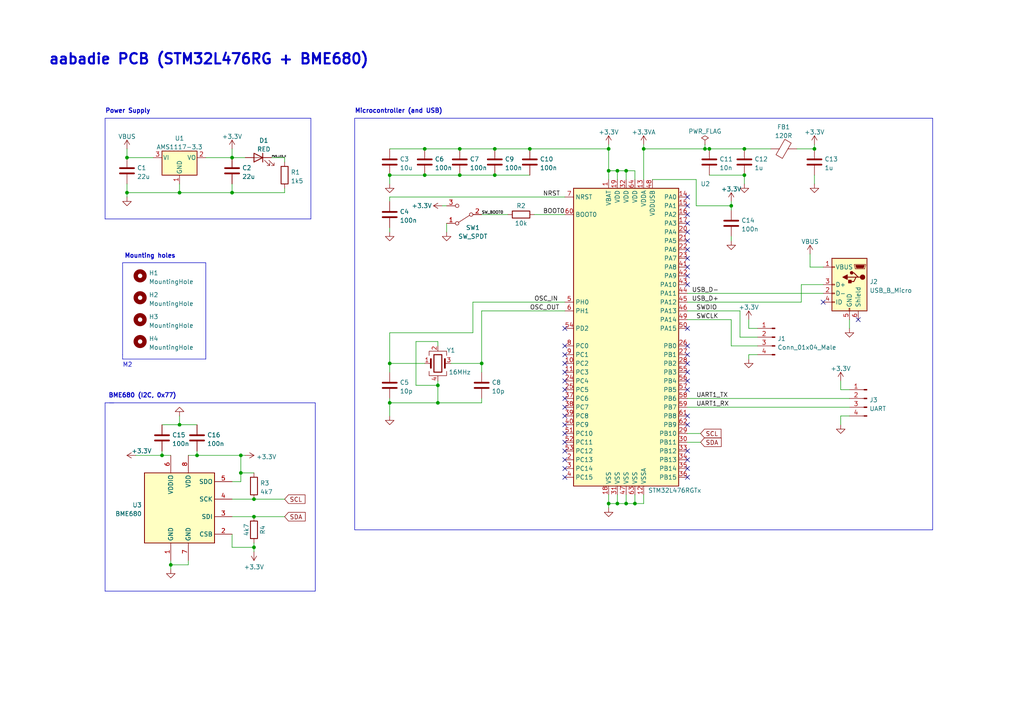
<source format=kicad_sch>
(kicad_sch (version 20230121) (generator eeschema)
  (paper "A4")
  (title_block (title "aabadie PCB") (date "2023-01-18") (rev "0.1") (company "Inria"))
  (lib_symbols
    (symbol "Connector:Conn_01x04_Male" (pin_names (offset 1.016) hide)
      (property "Reference" "J" (at 0 5.08 0))
      (property "Value" "Conn_01x04_Male" (at 0 -7.62 0))
      (symbol "Conn_01x04_Male_1_1"
        (polyline (pts (xy 1.27 -5.08) (xy 0.8636 -5.08)) (stroke (width 0.1524)))
        (polyline (pts (xy 1.27 -2.54) (xy 0.8636 -2.54)) (stroke (width 0.1524)))
        (polyline (pts (xy 1.27 0) (xy 0.8636 0)) (stroke (width 0.1524)))
        (polyline (pts (xy 1.27 2.54) (xy 0.8636 2.54)) (stroke (width 0.1524)))
        (rectangle (start 0.8636 -4.953) (end 0 -5.207) (stroke (width 0.1524)) (fill (type outline)))
        (rectangle (start 0.8636 -2.413) (end 0 -2.667) (stroke (width 0.1524)) (fill (type outline)))
        (rectangle (start 0.8636 0.127) (end 0 -0.127) (stroke (width 0.1524)) (fill (type outline)))
        (rectangle (start 0.8636 2.667) (end 0 2.413) (stroke (width 0.1524)) (fill (type outline)))
        (pin passive line (at 5.08 2.54 180) (length 3.81) (name "Pin_1") (number "1"))
        (pin passive line (at 5.08 0 180) (length 3.81) (name "Pin_2") (number "2"))
        (pin passive line (at 5.08 -2.54 180) (length 3.81) (name "Pin_3") (number "3"))
        (pin passive line (at 5.08 -5.08 180) (length 3.81) (name "Pin_4") (number "4"))
      )
    )
    (symbol "Connector:USB_B_Micro" (pin_names (offset 1.016))
      (property "Reference" "J" (at -5.08 11.43 0))
      (property "Value" "USB_B_Micro" (at -5.08 8.89 0))
      (symbol "USB_B_Micro_0_1"
        (rectangle (start -5.08 -7.62) (end 5.08 7.62) (stroke (width 0.254)) (fill (type background)))
        (circle (center -3.81 2.159) (radius 0.635) (stroke (width 0.254)) (fill (type outline)))
        (circle (center -0.635 3.429) (radius 0.381) (stroke (width 0.254)) (fill (type outline)))
        (rectangle (start -0.127 -7.62) (end 0.127 -6.858))
        (polyline (pts (xy -1.905 2.159) (xy 0.635 2.159)) (stroke (width 0.254)))
        (polyline (pts (xy -3.175 2.159) (xy -2.54 2.159) (xy -1.27 3.429) (xy -0.635 3.429)) (stroke (width 0.254)))
        (polyline (pts (xy -2.54 2.159) (xy -1.905 2.159) (xy -1.27 0.889) (xy 0 0.889)) (stroke (width 0.254)))
        (polyline (pts (xy 0.635 2.794) (xy 0.635 1.524) (xy 1.905 2.159) (xy 0.635 2.794)) (stroke (width 0.254)) (fill (type outline)))
        (polyline (pts (xy -4.318 5.588) (xy -1.778 5.588) (xy -2.032 4.826) (xy -4.064 4.826) (xy -4.318 5.588)) (fill (type outline)))
        (polyline (pts (xy -4.699 5.842) (xy -4.699 5.588) (xy -4.445 4.826) (xy -4.445 4.572) (xy -1.651 4.572) (xy -1.651 4.826) (xy -1.397 5.588) (xy -1.397 5.842) (xy -4.699 5.842)))
        (rectangle (start 0.254 1.27) (end -0.508 0.508) (stroke (width 0.254)) (fill (type outline)))
        (rectangle (start 5.08 -5.207) (end 4.318 -4.953))
        (rectangle (start 5.08 -2.667) (end 4.318 -2.413))
        (rectangle (start 5.08 -0.127) (end 4.318 0.127))
        (rectangle (start 5.08 4.953) (end 4.318 5.207))
      )
      (symbol "USB_B_Micro_1_1"
        (pin power_out line (at 7.62 5.08 180) (length 2.54) (name "VBUS") (number "1"))
        (pin bidirectional line (at 7.62 -2.54 180) (length 2.54) (name "D-") (number "2"))
        (pin bidirectional line (at 7.62 0 180) (length 2.54) (name "D+") (number "3"))
        (pin passive line (at 7.62 -5.08 180) (length 2.54) (name "ID") (number "4"))
        (pin power_out line (at 0 -10.16 90) (length 2.54) (name "GND") (number "5"))
        (pin passive line (at -2.54 -10.16 90) (length 2.54) (name "Shield") (number "6"))
      )
    )
    (symbol "Device:C" (pin_numbers hide) (pin_names (offset 0.254))
      (property "Reference" "C" (at 0.635 2.54 0))
      (property "Value" "C" (at 0.635 -2.54 0))
      (symbol "C_0_1"
        (polyline (pts (xy -2.032 -0.762) (xy 2.032 -0.762)) (stroke (width 0.508)))
        (polyline (pts (xy -2.032 0.762) (xy 2.032 0.762)) (stroke (width 0.508)))
      )
      (symbol "C_1_1"
        (pin passive line (at 0 3.81 270) (length 2.794) (name "~") (number "1"))
        (pin passive line (at 0 -3.81 90) (length 2.794) (name "~") (number "2"))
      )
    )
    (symbol "Device:Crystal_GND24" (pin_names (offset 1.016) hide)
      (property "Reference" "Y" (at 3.175 5.08 0))
      (property "Value" "Crystal_GND24" (at 3.175 3.175 0))
      (symbol "Crystal_GND24_0_1"
        (rectangle (start -1.143 2.54) (end 1.143 -2.54) (stroke (width 0.3048)))
        (polyline (pts (xy -2.54 0) (xy -2.032 0)))
        (polyline (pts (xy -2.032 -1.27) (xy -2.032 1.27)) (stroke (width 0.508)))
        (polyline (pts (xy 0 -3.81) (xy 0 -3.556)))
        (polyline (pts (xy 0 3.556) (xy 0 3.81)))
        (polyline (pts (xy 2.032 -1.27) (xy 2.032 1.27)) (stroke (width 0.508)))
        (polyline (pts (xy 2.032 0) (xy 2.54 0)))
        (polyline (pts (xy -2.54 -2.286) (xy -2.54 -3.556) (xy 2.54 -3.556) (xy 2.54 -2.286)))
        (polyline (pts (xy -2.54 2.286) (xy -2.54 3.556) (xy 2.54 3.556) (xy 2.54 2.286)))
      )
      (symbol "Crystal_GND24_1_1"
        (pin passive line (at -3.81 0 0) (length 1.27) (name "1") (number "1"))
        (pin passive line (at 0 5.08 270) (length 1.27) (name "2") (number "2"))
        (pin passive line (at 3.81 0 180) (length 1.27) (name "3") (number "3"))
        (pin passive line (at 0 -5.08 90) (length 1.27) (name "4") (number "4"))
      )
    )
    (symbol "Device:FerriteBead" (pin_numbers hide) (pin_names (offset 0))
      (property "Reference" "FB" (at -3.81 0.635 90))
      (property "Value" "FerriteBead" (at 3.81 0 90))
      (symbol "FerriteBead_0_1"
        (polyline (pts (xy 0 -1.27) (xy 0 -1.2192)))
        (polyline (pts (xy 0 1.27) (xy 0 1.2954)))
        (polyline (pts (xy -2.7686 0.4064) (xy -1.7018 2.2606) (xy 2.7686 -0.3048) (xy 1.6764 -2.159) (xy -2.7686 0.4064)))
      )
      (symbol "FerriteBead_1_1"
        (pin passive line (at 0 3.81 270) (length 2.54) (name "~") (number "1"))
        (pin passive line (at 0 -3.81 90) (length 2.54) (name "~") (number "2"))
      )
    )
    (symbol "Device:LED" (pin_numbers hide) (pin_names (offset 1.016) hide)
      (property "Reference" "D" (at 0 2.54 0))
      (property "Value" "LED" (at 0 -2.54 0))
      (symbol "LED_0_1"
        (polyline (pts (xy -1.27 -1.27) (xy -1.27 1.27)) (stroke (width 0.254)))
        (polyline (pts (xy -1.27 0) (xy 1.27 0)))
        (polyline (pts (xy 1.27 -1.27) (xy 1.27 1.27) (xy -1.27 0) (xy 1.27 -1.27)) (stroke (width 0.254)))
        (polyline (pts (xy -3.048 -0.762) (xy -4.572 -2.286) (xy -3.81 -2.286) (xy -4.572 -2.286) (xy -4.572 -1.524)))
        (polyline (pts (xy -1.778 -0.762) (xy -3.302 -2.286) (xy -2.54 -2.286) (xy -3.302 -2.286) (xy -3.302 -1.524)))
      )
      (symbol "LED_1_1"
        (pin passive line (at -3.81 0 0) (length 2.54) (name "K") (number "1"))
        (pin passive line (at 3.81 0 180) (length 2.54) (name "A") (number "2"))
      )
    )
    (symbol "Device:R" (pin_numbers hide) (pin_names (offset 0))
      (property "Reference" "R" (at 2.032 0 90))
      (property "Value" "R" (at 0 0 90))
      (symbol "R_0_1"
        (rectangle (start -1.016 -2.54) (end 1.016 2.54) (stroke (width 0.254)))
      )
      (symbol "R_1_1"
        (pin passive line (at 0 3.81 270) (length 1.27) (name "~") (number "1"))
        (pin passive line (at 0 -3.81 90) (length 1.27) (name "~") (number "2"))
      )
    )
    (symbol "MCU_ST_STM32L4:STM32L476RGTx"
      (property "Reference" "U" (at -15.24 44.45 0))
      (property "Value" "STM32L476RGTx" (at 10.16 44.45 0))
      (symbol "STM32L476RGTx_0_1"
        (rectangle (start -15.24 -43.18) (end 15.24 43.18) (stroke (width 0.254)) (fill (type background)))
      )
      (symbol "STM32L476RGTx_1_1"
        (pin power_in line (at -5.08 45.72 270) (length 2.54) (name "VBAT") (number "1"))
        (pin bidirectional line (at -17.78 -7.62 0) (length 2.54) (name "PC2") (number "10"))
        (pin bidirectional line (at -17.78 -10.16 0) (length 2.54) (name "PC3") (number "11"))
        (pin power_in line (at 5.08 -45.72 90) (length 2.54) (name "VSSA") (number "12"))
        (pin power_in line (at 5.08 45.72 270) (length 2.54) (name "VDDA") (number "13"))
        (pin bidirectional line (at 17.78 40.64 180) (length 2.54) (name "PA0") (number "14"))
        (pin bidirectional line (at 17.78 38.1 180) (length 2.54) (name "PA1") (number "15"))
        (pin bidirectional line (at 17.78 35.56 180) (length 2.54) (name "PA2") (number "16"))
        (pin bidirectional line (at 17.78 33.02 180) (length 2.54) (name "PA3") (number "17"))
        (pin power_in line (at -5.08 -45.72 90) (length 2.54) (name "VSS") (number "18"))
        (pin power_in line (at -2.54 45.72 270) (length 2.54) (name "VDD") (number "19"))
        (pin bidirectional line (at -17.78 -35.56 0) (length 2.54) (name "PC13") (number "2"))
        (pin bidirectional line (at 17.78 30.48 180) (length 2.54) (name "PA4") (number "20"))
        (pin bidirectional line (at 17.78 27.94 180) (length 2.54) (name "PA5") (number "21"))
        (pin bidirectional line (at 17.78 25.4 180) (length 2.54) (name "PA6") (number "22"))
        (pin bidirectional line (at 17.78 22.86 180) (length 2.54) (name "PA7") (number "23"))
        (pin bidirectional line (at -17.78 -12.7 0) (length 2.54) (name "PC4") (number "24"))
        (pin bidirectional line (at -17.78 -15.24 0) (length 2.54) (name "PC5") (number "25"))
        (pin bidirectional line (at 17.78 -2.54 180) (length 2.54) (name "PB0") (number "26"))
        (pin bidirectional line (at 17.78 -5.08 180) (length 2.54) (name "PB1") (number "27"))
        (pin bidirectional line (at 17.78 -7.62 180) (length 2.54) (name "PB2") (number "28"))
        (pin bidirectional line (at 17.78 -27.94 180) (length 2.54) (name "PB10") (number "29"))
        (pin bidirectional line (at -17.78 -38.1 0) (length 2.54) (name "PC14") (number "3"))
        (pin bidirectional line (at 17.78 -30.48 180) (length 2.54) (name "PB11") (number "30"))
        (pin power_in line (at -2.54 -45.72 90) (length 2.54) (name "VSS") (number "31"))
        (pin power_in line (at 0 45.72 270) (length 2.54) (name "VDD") (number "32"))
        (pin bidirectional line (at 17.78 -33.02 180) (length 2.54) (name "PB12") (number "33"))
        (pin bidirectional line (at 17.78 -35.56 180) (length 2.54) (name "PB13") (number "34"))
        (pin bidirectional line (at 17.78 -38.1 180) (length 2.54) (name "PB14") (number "35"))
        (pin bidirectional line (at 17.78 -40.64 180) (length 2.54) (name "PB15") (number "36"))
        (pin bidirectional line (at -17.78 -17.78 0) (length 2.54) (name "PC6") (number "37"))
        (pin bidirectional line (at -17.78 -20.32 0) (length 2.54) (name "PC7") (number "38"))
        (pin bidirectional line (at -17.78 -22.86 0) (length 2.54) (name "PC8") (number "39"))
        (pin bidirectional line (at -17.78 -40.64 0) (length 2.54) (name "PC15") (number "4"))
        (pin bidirectional line (at -17.78 -25.4 0) (length 2.54) (name "PC9") (number "40"))
        (pin bidirectional line (at 17.78 20.32 180) (length 2.54) (name "PA8") (number "41"))
        (pin bidirectional line (at 17.78 17.78 180) (length 2.54) (name "PA9") (number "42"))
        (pin bidirectional line (at 17.78 15.24 180) (length 2.54) (name "PA10") (number "43"))
        (pin bidirectional line (at 17.78 12.7 180) (length 2.54) (name "PA11") (number "44"))
        (pin bidirectional line (at 17.78 10.16 180) (length 2.54) (name "PA12") (number "45"))
        (pin bidirectional line (at 17.78 7.62 180) (length 2.54) (name "PA13") (number "46"))
        (pin power_in line (at 0 -45.72 90) (length 2.54) (name "VSS") (number "47"))
        (pin power_in line (at 7.62 45.72 270) (length 2.54) (name "VDDUSB") (number "48"))
        (pin bidirectional line (at 17.78 5.08 180) (length 2.54) (name "PA14") (number "49"))
        (pin input line (at -17.78 10.16 0) (length 2.54) (name "PH0") (number "5"))
        (pin bidirectional line (at 17.78 2.54 180) (length 2.54) (name "PA15") (number "50"))
        (pin bidirectional line (at -17.78 -27.94 0) (length 2.54) (name "PC10") (number "51"))
        (pin bidirectional line (at -17.78 -30.48 0) (length 2.54) (name "PC11") (number "52"))
        (pin bidirectional line (at -17.78 -33.02 0) (length 2.54) (name "PC12") (number "53"))
        (pin bidirectional line (at -17.78 2.54 0) (length 2.54) (name "PD2") (number "54"))
        (pin bidirectional line (at 17.78 -10.16 180) (length 2.54) (name "PB3") (number "55"))
        (pin bidirectional line (at 17.78 -12.7 180) (length 2.54) (name "PB4") (number "56"))
        (pin bidirectional line (at 17.78 -15.24 180) (length 2.54) (name "PB5") (number "57"))
        (pin bidirectional line (at 17.78 -17.78 180) (length 2.54) (name "PB6") (number "58"))
        (pin bidirectional line (at 17.78 -20.32 180) (length 2.54) (name "PB7") (number "59"))
        (pin input line (at -17.78 7.62 0) (length 2.54) (name "PH1") (number "6"))
        (pin input line (at -17.78 35.56 0) (length 2.54) (name "BOOT0") (number "60"))
        (pin bidirectional line (at 17.78 -22.86 180) (length 2.54) (name "PB8") (number "61"))
        (pin bidirectional line (at 17.78 -25.4 180) (length 2.54) (name "PB9") (number "62"))
        (pin power_in line (at 2.54 -45.72 90) (length 2.54) (name "VSS") (number "63"))
        (pin power_in line (at 2.54 45.72 270) (length 2.54) (name "VDD") (number "64"))
        (pin input line (at -17.78 40.64 0) (length 2.54) (name "NRST") (number "7"))
        (pin bidirectional line (at -17.78 -2.54 0) (length 2.54) (name "PC0") (number "8"))
        (pin bidirectional line (at -17.78 -5.08 0) (length 2.54) (name "PC1") (number "9"))
      )
    )
    (symbol "Mechanical:MountingHole" (pin_names (offset 1.016))
      (property "Reference" "H" (at 0 5.08 0))
      (property "Value" "MountingHole" (at 0 3.175 0))
      (symbol "MountingHole_0_1"
        (circle (center 0 0) (radius 1.27) (stroke (width 1.27)))
      )
    )
    (symbol "Regulator_Linear:AMS1117-3.3" (pin_names (offset 0.254))
      (property "Reference" "U" (at -3.81 3.175 0))
      (property "Value" "AMS1117-3.3" (at 0 3.175 0))
      (symbol "AMS1117-3.3_0_1"
        (rectangle (start -5.08 -5.08) (end 5.08 1.905) (stroke (width 0.254)) (fill (type background)))
      )
      (symbol "AMS1117-3.3_1_1"
        (pin power_in line (at 0 -7.62 90) (length 2.54) (name "GND") (number "1"))
        (pin power_out line (at 7.62 0 180) (length 2.54) (name "VO") (number "2"))
        (pin power_in line (at -7.62 0 0) (length 2.54) (name "VI") (number "3"))
      )
    )
    (symbol "Sensor:BME680"
      (property "Reference" "U3" (at -10.922 0.8347 0))
      (property "Value" "BME680" (at -10.922 -1.7022 0))
      (symbol "BME680_0_1"
        (rectangle (start -10.16 10.16) (end 10.16 -10.16) (stroke (width 0.254)) (fill (type background)))
      )
      (symbol "BME680_1_1"
        (pin power_in line (at -2.54 -15.24 90) (length 5.08) (name "GND") (number "1"))
        (pin input line (at 15.24 -7.62 180) (length 5.08) (name "CSB") (number "2"))
        (pin bidirectional line (at 15.24 -2.54 180) (length 5.08) (name "SDI") (number "3"))
        (pin input line (at 15.24 2.54 180) (length 5.08) (name "SCK") (number "4"))
        (pin input line (at 15.24 7.62 180) (length 5.08) (name "SDO") (number "5"))
        (pin power_in line (at -2.54 15.24 270) (length 5.08) (name "VDDIO") (number "6"))
        (pin power_in line (at 2.54 -15.24 90) (length 5.08) (name "GND") (number "7"))
        (pin power_in line (at 2.54 15.24 270) (length 5.08) (name "VDD") (number "8"))
      )
    )
    (symbol "Switch:SW_SPDT" (pin_names (offset 0) hide)
      (property "Reference" "SW" (at 0 4.318 0))
      (property "Value" "SW_SPDT" (at 0 -5.08 0))
      (symbol "SW_SPDT_0_0"
        (circle (center -2.032 0) (radius 0.508))
        (circle (center 2.032 -2.54) (radius 0.508))
      )
      (symbol "SW_SPDT_0_1"
        (polyline (pts (xy -1.524 0.254) (xy 1.651 2.286)))
        (circle (center 2.032 2.54) (radius 0.508))
      )
      (symbol "SW_SPDT_1_1"
        (pin passive line (at 5.08 2.54 180) (length 2.54) (name "A") (number "1"))
        (pin passive line (at -5.08 0 0) (length 2.54) (name "B") (number "2"))
        (pin passive line (at 5.08 -2.54 180) (length 2.54) (name "C") (number "3"))
      )
    )
    (symbol "power:+3.3V" (power) (pin_names (offset 0))
      (property "Value" "+3.3V" (at 0 3.556 0))
      (symbol "+3.3V_0_1"
        (polyline (pts (xy -0.762 1.27) (xy 0 2.54)))
        (polyline (pts (xy 0 0) (xy 0 2.54)))
        (polyline (pts (xy 0 2.54) (xy 0.762 1.27)))
      )
      (symbol "+3.3V_1_1"
        (pin power_in line (at 0 0 90) (length 0) hide (name "+3.3V") (number "1"))
      )
    )
    (symbol "power:+3.3VA" (power) (pin_names (offset 0))
      (property "Value" "+3.3VA" (at 0 3.556 0))
      (symbol "+3.3VA_0_1"
        (polyline (pts (xy -0.762 1.27) (xy 0 2.54)))
        (polyline (pts (xy 0 0) (xy 0 2.54)))
        (polyline (pts (xy 0 2.54) (xy 0.762 1.27)))
      )
      (symbol "+3.3VA_1_1"
        (pin power_in line (at 0 0 90) (length 0) hide (name "+3.3VA") (number "1"))
      )
    )
    (symbol "power:GND" (power) (pin_names (offset 0))
      (property "Value" "GND" (at 0 -3.81 0))
      (symbol "GND_0_1"
        (polyline (pts (xy 0 0) (xy 0 -1.27) (xy 1.27 -1.27) (xy 0 -2.54) (xy -1.27 -1.27) (xy 0 -1.27)))
      )
      (symbol "GND_1_1"
        (pin power_in line (at 0 0 270) (length 0) hide (name "GND") (number "1"))
      )
    )
    (symbol "power:PWR_FLAG" (power) (pin_numbers hide) (pin_names (offset 0) hide)
      (property "Value" "PWR_FLAG" (at 0 3.81 0))
      (symbol "PWR_FLAG_0_0"
        (pin power_out line (at 0 0 90) (length 0) (name "pwr") (number "1"))
      )
      (symbol "PWR_FLAG_0_1"
        (polyline (pts (xy 0 0) (xy 0 1.27) (xy -1.016 1.905) (xy 0 2.54) (xy 1.016 1.905) (xy 0 1.27)))
      )
    )
    (symbol "power:VBUS" (power) (pin_names (offset 0))
      (property "Value" "VBUS" (at 0 3.81 0))
      (symbol "VBUS_0_1"
        (polyline (pts (xy -0.762 1.27) (xy 0 2.54)))
        (polyline (pts (xy 0 0) (xy 0 2.54)))
        (polyline (pts (xy 0 2.54) (xy 0.762 1.27)))
      )
      (symbol "VBUS_1_1"
        (pin power_in line (at 0 0 90) (length 0) hide (name "VBUS") (number "1"))
      )
    )
  )
  (junction (at 181.61 49.53))
  (junction (at 52.07 55.88))
  (junction (at 176.53 43.18))
  (junction (at 36.83 45.72))
  (junction (at 205.74 43.18))
  (junction (at 46.99 132.08))
  (junction (at 69.85 137.16))
  (junction (at 36.83 55.88))
  (junction (at 181.61 146.05))
  (junction (at 113.03 105.41))
  (junction (at 143.51 43.18))
  (junction (at 127 111.76))
  (junction (at 139.7 105.41))
  (junction (at 133.35 43.18))
  (junction (at 179.07 49.53))
  (junction (at 176.53 146.05))
  (junction (at 236.22 43.18))
  (junction (at 127 116.84))
  (junction (at 73.66 149.86))
  (junction (at 73.66 158.75))
  (junction (at 49.53 163.83))
  (junction (at 69.85 132.08))
  (junction (at 143.51 50.8))
  (junction (at 215.9 50.8))
  (junction (at 67.31 45.72))
  (junction (at 215.9 43.18))
  (junction (at 212.09 59.69))
  (junction (at 176.53 49.53))
  (junction (at 179.07 146.05))
  (junction (at 204.47 43.18))
  (junction (at 123.19 50.8))
  (junction (at 113.03 50.8))
  (junction (at 57.15 132.08))
  (junction (at 123.19 43.18))
  (junction (at 73.66 144.78))
  (junction (at 133.35 50.8))
  (junction (at 153.67 43.18))
  (junction (at 186.69 43.18))
  (junction (at 184.15 146.05))
  (junction (at 113.03 116.84))
  (junction (at 52.07 123.19))
  (junction (at 67.31 55.88))
  (no_connect (at 199.39 100.33))
  (no_connect (at 163.83 107.95))
  (no_connect (at 163.83 123.19))
  (no_connect (at 199.39 64.77))
  (no_connect (at 199.39 110.49))
  (no_connect (at 163.83 130.81))
  (no_connect (at 199.39 80.01))
  (no_connect (at 199.39 105.41))
  (no_connect (at 199.39 59.69))
  (no_connect (at 199.39 72.39))
  (no_connect (at 163.83 128.27))
  (no_connect (at 163.83 135.89))
  (no_connect (at 199.39 69.85))
  (no_connect (at 199.39 74.93))
  (no_connect (at 163.83 118.11))
  (no_connect (at 199.39 130.81))
  (no_connect (at 248.92 92.71))
  (no_connect (at 163.83 115.57))
  (no_connect (at 199.39 67.31))
  (no_connect (at 199.39 135.89))
  (no_connect (at 199.39 133.35))
  (no_connect (at 163.83 100.33))
  (no_connect (at 199.39 95.25))
  (no_connect (at 163.83 95.25))
  (no_connect (at 199.39 77.47))
  (no_connect (at 163.83 105.41))
  (no_connect (at 199.39 82.55))
  (no_connect (at 163.83 110.49))
  (no_connect (at 199.39 102.87))
  (no_connect (at 163.83 113.03))
  (no_connect (at 199.39 138.43))
  (no_connect (at 163.83 120.65))
  (no_connect (at 199.39 57.15))
  (no_connect (at 199.39 113.03))
  (no_connect (at 238.76 87.63))
  (no_connect (at 199.39 123.19))
  (no_connect (at 199.39 62.23))
  (no_connect (at 163.83 133.35))
  (no_connect (at 199.39 107.95))
  (no_connect (at 199.39 120.65))
  (no_connect (at 163.83 102.87))
  (no_connect (at 163.83 125.73))
  (no_connect (at 163.83 138.43))
  (wire (pts (xy 113.03 115.57) (xy 113.03 116.84)))
  (wire (pts (xy 82.55 46.99) (xy 82.55 45.72)))
  (wire (pts (xy 212.09 58.42) (xy 212.09 59.69)))
  (wire (pts (xy 113.03 50.8) (xy 123.19 50.8)))
  (wire (pts (xy 243.84 123.19) (xy 243.84 120.65)))
  (wire (pts (xy 234.95 73.66) (xy 234.95 77.47)))
  (wire (pts (xy 199.39 118.11) (xy 246.38 118.11)))
  (wire (pts (xy 67.31 139.7) (xy 69.85 139.7)))
  (wire (pts (xy 129.54 67.31) (xy 129.54 64.77)))
  (wire (pts (xy 179.07 146.05) (xy 179.07 143.51)))
  (wire (pts (xy 181.61 146.05) (xy 184.15 146.05)))
  (polyline (pts (xy 30.48 34.29) (xy 90.17 34.29)))
  (wire (pts (xy 217.17 102.87) (xy 219.71 102.87)))
  (wire (pts (xy 133.35 50.8) (xy 143.51 50.8)))
  (wire (pts (xy 205.74 50.8) (xy 215.9 50.8)))
  (polyline (pts (xy 270.51 153.67) (xy 270.51 34.29)))
  (wire (pts (xy 176.53 146.05) (xy 176.53 143.51)))
  (wire (pts (xy 186.69 146.05) (xy 186.69 143.51)))
  (polyline (pts (xy 30.48 34.29) (xy 30.48 63.5)))
  (wire (pts (xy 57.15 132.08) (xy 69.85 132.08)))
  (wire (pts (xy 120.65 99.06) (xy 120.65 111.76)))
  (wire (pts (xy 123.19 50.8) (xy 133.35 50.8)))
  (wire (pts (xy 52.07 55.88) (xy 67.31 55.88)))
  (polyline (pts (xy 102.87 34.29) (xy 102.87 153.67)))
  (polyline (pts (xy 35.56 102.87) (xy 35.56 104.14)))
  (wire (pts (xy 199.39 115.57) (xy 246.38 115.57)))
  (wire (pts (xy 59.69 45.72) (xy 67.31 45.72)))
  (wire (pts (xy 82.55 54.61) (xy 82.55 55.88)))
  (wire (pts (xy 186.69 43.18) (xy 204.47 43.18)))
  (wire (pts (xy 181.61 146.05) (xy 181.61 143.51)))
  (wire (pts (xy 71.12 45.72) (xy 67.31 45.72)))
  (wire (pts (xy 46.99 123.19) (xy 52.07 123.19)))
  (wire (pts (xy 143.51 43.18) (xy 153.67 43.18)))
  (polyline (pts (xy 59.69 104.14) (xy 35.56 104.14)))
  (wire (pts (xy 36.83 55.88) (xy 36.83 53.34)))
  (wire (pts (xy 176.53 147.32) (xy 176.53 146.05)))
  (wire (pts (xy 127 111.76) (xy 127 116.84)))
  (wire (pts (xy 181.61 49.53) (xy 184.15 49.53)))
  (wire (pts (xy 113.03 58.42) (xy 113.03 57.15)))
  (wire (pts (xy 139.7 90.17) (xy 163.83 90.17)))
  (polyline (pts (xy 30.48 63.5) (xy 90.17 63.5)))
  (wire (pts (xy 215.9 43.18) (xy 205.74 43.18)))
  (wire (pts (xy 181.61 49.53) (xy 181.61 52.07)))
  (wire (pts (xy 139.7 116.84) (xy 139.7 115.57)))
  (wire (pts (xy 73.66 137.16) (xy 69.85 137.16)))
  (wire (pts (xy 199.39 85.09) (xy 238.76 85.09)))
  (wire (pts (xy 113.03 105.41) (xy 113.03 96.52)))
  (wire (pts (xy 215.9 53.34) (xy 215.9 50.8)))
  (wire (pts (xy 143.51 50.8) (xy 153.67 50.8)))
  (wire (pts (xy 82.55 55.88) (xy 67.31 55.88)))
  (wire (pts (xy 36.83 43.18) (xy 36.83 45.72)))
  (wire (pts (xy 246.38 113.03) (xy 243.84 113.03)))
  (wire (pts (xy 123.19 43.18) (xy 133.35 43.18)))
  (wire (pts (xy 201.93 52.07) (xy 201.93 59.69)))
  (wire (pts (xy 46.99 132.08) (xy 49.53 132.08)))
  (polyline (pts (xy 90.17 63.5) (xy 90.17 34.29)))
  (wire (pts (xy 130.81 105.41) (xy 139.7 105.41)))
  (wire (pts (xy 199.39 92.71) (xy 212.09 92.71)))
  (wire (pts (xy 139.7 90.17) (xy 139.7 105.41)))
  (wire (pts (xy 127 99.06) (xy 120.65 99.06)))
  (wire (pts (xy 179.07 49.53) (xy 181.61 49.53)))
  (wire (pts (xy 243.84 120.65) (xy 246.38 120.65)))
  (wire (pts (xy 54.61 163.83) (xy 49.53 163.83)))
  (wire (pts (xy 176.53 49.53) (xy 179.07 49.53)))
  (polyline (pts (xy 35.56 102.87) (xy 35.56 76.2)))
  (wire (pts (xy 231.14 43.18) (xy 236.22 43.18)))
  (wire (pts (xy 46.99 130.81) (xy 46.99 132.08)))
  (polyline (pts (xy 91.44 171.45) (xy 30.48 171.45)))
  (wire (pts (xy 212.09 92.71) (xy 212.09 100.33)))
  (wire (pts (xy 176.53 41.91) (xy 176.53 43.18)))
  (wire (pts (xy 113.03 43.18) (xy 123.19 43.18)))
  (wire (pts (xy 67.31 55.88) (xy 67.31 53.34)))
  (wire (pts (xy 73.66 157.48) (xy 73.66 158.75)))
  (wire (pts (xy 189.23 52.07) (xy 201.93 52.07)))
  (polyline (pts (xy 35.56 76.2) (xy 59.69 76.2)))
  (wire (pts (xy 127 100.33) (xy 127 99.06)))
  (wire (pts (xy 137.16 96.52) (xy 137.16 87.63)))
  (wire (pts (xy 186.69 52.07) (xy 186.69 43.18)))
  (polyline (pts (xy 59.69 76.2) (xy 59.69 104.14)))
  (wire (pts (xy 217.17 92.71) (xy 217.17 95.25)))
  (wire (pts (xy 199.39 128.27) (xy 203.2 128.27)))
  (wire (pts (xy 120.65 111.76) (xy 127 111.76)))
  (wire (pts (xy 49.53 163.83) (xy 49.53 165.1)))
  (wire (pts (xy 139.7 62.23) (xy 147.32 62.23)))
  (wire (pts (xy 36.83 45.72) (xy 44.45 45.72)))
  (wire (pts (xy 52.07 123.19) (xy 57.15 123.19)))
  (polyline (pts (xy 31.75 116.84) (xy 91.44 116.84)))
  (wire (pts (xy 204.47 41.91) (xy 204.47 43.18)))
  (wire (pts (xy 67.31 149.86) (xy 73.66 149.86)))
  (wire (pts (xy 139.7 107.95) (xy 139.7 105.41)))
  (wire (pts (xy 113.03 53.34) (xy 113.03 50.8)))
  (wire (pts (xy 67.31 154.94) (xy 67.31 158.75)))
  (wire (pts (xy 217.17 104.14) (xy 217.17 102.87)))
  (wire (pts (xy 176.53 49.53) (xy 176.53 52.07)))
  (wire (pts (xy 214.63 90.17) (xy 214.63 97.79)))
  (polyline (pts (xy 30.48 116.84) (xy 33.02 116.84)))
  (wire (pts (xy 179.07 49.53) (xy 179.07 52.07)))
  (wire (pts (xy 154.94 62.23) (xy 163.83 62.23)))
  (wire (pts (xy 128.27 59.69) (xy 129.54 59.69)))
  (wire (pts (xy 212.09 60.96) (xy 212.09 59.69)))
  (wire (pts (xy 67.31 43.18) (xy 67.31 45.72)))
  (wire (pts (xy 153.67 43.18) (xy 176.53 43.18)))
  (wire (pts (xy 246.38 95.25) (xy 246.38 92.71)))
  (wire (pts (xy 73.66 149.86) (xy 82.55 149.86)))
  (wire (pts (xy 73.66 144.78) (xy 82.55 144.78)))
  (wire (pts (xy 214.63 97.79) (xy 219.71 97.79)))
  (wire (pts (xy 113.03 96.52) (xy 137.16 96.52)))
  (wire (pts (xy 69.85 132.08) (xy 71.12 132.08)))
  (wire (pts (xy 184.15 146.05) (xy 184.15 143.51)))
  (wire (pts (xy 69.85 139.7) (xy 69.85 137.16)))
  (wire (pts (xy 243.84 113.03) (xy 243.84 110.49)))
  (wire (pts (xy 54.61 162.56) (xy 54.61 163.83)))
  (wire (pts (xy 127 116.84) (xy 139.7 116.84)))
  (wire (pts (xy 184.15 146.05) (xy 186.69 146.05)))
  (wire (pts (xy 234.95 77.47) (xy 238.76 77.47)))
  (polyline (pts (xy 91.44 116.84) (xy 91.44 171.45)))
  (wire (pts (xy 215.9 43.18) (xy 223.52 43.18)))
  (wire (pts (xy 49.53 162.56) (xy 49.53 163.83)))
  (wire (pts (xy 82.55 45.72) (xy 78.74 45.72)))
  (wire (pts (xy 69.85 137.16) (xy 69.85 132.08)))
  (wire (pts (xy 52.07 55.88) (xy 52.07 53.34)))
  (wire (pts (xy 217.17 95.25) (xy 219.71 95.25)))
  (wire (pts (xy 67.31 158.75) (xy 73.66 158.75)))
  (wire (pts (xy 113.03 116.84) (xy 113.03 120.65)))
  (wire (pts (xy 113.03 116.84) (xy 127 116.84)))
  (wire (pts (xy 184.15 49.53) (xy 184.15 52.07)))
  (wire (pts (xy 123.19 105.41) (xy 113.03 105.41)))
  (wire (pts (xy 199.39 125.73) (xy 203.2 125.73)))
  (wire (pts (xy 113.03 57.15) (xy 163.83 57.15)))
  (wire (pts (xy 201.93 59.69) (xy 212.09 59.69)))
  (wire (pts (xy 212.09 100.33) (xy 219.71 100.33)))
  (polyline (pts (xy 102.87 153.67) (xy 270.51 153.67)))
  (wire (pts (xy 176.53 146.05) (xy 179.07 146.05)))
  (wire (pts (xy 176.53 43.18) (xy 176.53 49.53)))
  (wire (pts (xy 199.39 87.63) (xy 232.41 87.63)))
  (wire (pts (xy 186.69 43.18) (xy 186.69 41.91)))
  (wire (pts (xy 73.66 158.75) (xy 73.66 160.02)))
  (wire (pts (xy 67.31 144.78) (xy 73.66 144.78)))
  (wire (pts (xy 113.03 107.95) (xy 113.03 105.41)))
  (wire (pts (xy 236.22 50.8) (xy 236.22 53.34)))
  (wire (pts (xy 199.39 90.17) (xy 214.63 90.17)))
  (wire (pts (xy 127 111.76) (xy 127 110.49)))
  (wire (pts (xy 179.07 146.05) (xy 181.61 146.05)))
  (wire (pts (xy 212.09 68.58) (xy 212.09 69.85)))
  (polyline (pts (xy 30.48 171.45) (xy 30.48 116.84)))
  (wire (pts (xy 113.03 66.04) (xy 113.03 67.31)))
  (polyline (pts (xy 102.87 34.29) (xy 270.51 34.29)))
  (wire (pts (xy 232.41 87.63) (xy 232.41 82.55)))
  (wire (pts (xy 57.15 130.81) (xy 57.15 132.08)))
  (wire (pts (xy 133.35 43.18) (xy 143.51 43.18)))
  (wire (pts (xy 36.83 55.88) (xy 52.07 55.88)))
  (wire (pts (xy 137.16 87.63) (xy 163.83 87.63)))
  (wire (pts (xy 36.83 55.88) (xy 36.83 57.15)))
  (wire (pts (xy 52.07 120.65) (xy 52.07 123.19)))
  (wire (pts (xy 39.37 132.08) (xy 46.99 132.08)))
  (wire (pts (xy 204.47 43.18) (xy 205.74 43.18)))
  (wire (pts (xy 54.61 132.08) (xy 57.15 132.08)))
  (wire (pts (xy 232.41 82.55) (xy 238.76 82.55)))
  (wire (pts (xy 236.22 41.91) (xy 236.22 43.18)))
  (text "aabadie PCB (STM32L476RG + BME680)" (at 13.97 19.05 0) (effects (font (size 3 3) (thickness 0.6) bold) (justify left bottom)))
  (text "Power Supply" (at 30.48 33.02 0) (effects (font (size 1.27 1.27) (thickness 0.254) bold) (justify left bottom)))
  (text "BME680 (I2C, 0x77)" (at 31.4037 115.57 0) (effects (font (size 1.27 1.27) bold) (justify left bottom)))
  (text "Mounting holes" (at 36.0772 75.0627 0) (effects (font (size 1.27 1.27) bold) (justify left bottom)))
  (text "M2" (at 35.56 106.68 0) (effects (font (size 1.27 1.27)) (justify left bottom)))
  (text "Microcontroller (and USB)" (at 102.87 33.02 0) (effects (font (size 1.27 1.27) (thickness 0.254) bold) (justify left bottom)))
  (label "UART1_RX" (at 201.93 118.11 0))
  (label "BOOT0" (at 157.48 62.23 0))
  (label "OSC_IN" (at 154.94 87.63 0))
  (label "SWCLK" (at 201.93 92.71 0))
  (label "OSC_OUT" (at 153.67 90.17 0))
  (label "SWDIO" (at 201.93 90.17 0))
  (label "USB_D+" (at 200.66 87.63 0))
  (label "UART1_TX" (at 201.93 115.57 0))
  (label "USB_D-" (at 200.66 85.09 0))
  (label "PWD_LED_K" (at 78.74 45.72 0) (effects (font (size 0.5 0.5))))
  (label "SW_BOOT0" (at 139.7 62.23 0) (effects (font (size 0.8 0.8))))
  (label "NRST" (at 157.48 57.15 0))
  (global_label "SDA" (shape input) (at 82.55 149.86 0) (property "Intersheetrefs" "${INTERSHEET_REFS}" (effects hide)))
  (global_label "SCL" (shape input) (at 82.55 144.78 0) (property "Intersheetrefs" "${INTERSHEET_REFS}" (effects hide)))
  (global_label "SCL" (shape input) (at 203.2 125.73 0) (property "Intersheetrefs" "${INTERSHEET_REFS}" (effects hide)))
  (global_label "SDA" (shape input) (at 203.2 128.27 0) (property "Intersheetrefs" "${INTERSHEET_REFS}" (effects hide)))
  (symbol (lib_id "power:GND") (at 236.22 53.34 0) (unit 1)
    (property "Reference" "#PWR017" (effects hide))
    (property "Value" "GND" (effects hide))
  )
  (symbol (lib_id "Regulator_Linear:AMS1117-3.3") (at 52.07 45.72 0) (unit 1)
    (property "Reference" "U1" (at 52.07 40.1152 0))
    (property "Value" "AMS1117-3.3" (at 52.07 42.6521 0))
    (property "Footprint" "Package_TO_SOT_SMD:SOT-223-3_TabPin2" (effects hide))
    (property "Datasheet" "http://www.advanced-monolithic.com/pdf/ds1117.pdf" (effects hide))
    (property "Manufacturer Number" "AZ1117IH-3.3TRG1" (effects hide))
    (property "Manufacturer link" "https://www.digikey.fr/short/rjr388cq" (effects hide))
  )
  (symbol (lib_id "Device:C") (at 67.31 49.53 180) (unit 1)
    (property "Reference" "C2" (at 70.231 48.6953 0) (effects (justify right)))
    (property "Value" "22u" (at 70.231 51.2322 0) (effects (justify right)))
    (property "Footprint" "Capacitor_SMD:C_0805_2012Metric" (effects hide))
    (property "Manufacturer Number" "CL21A226MAYNNNE" (effects hide))
    (property "Manufacturer link" "https://www.digikey.fr/short/98qf7z7n" (effects hide))
  )
  (symbol (lib_id "power:+3.3V") (at 39.37 132.08 90) (unit 1)
    (property "Reference" "#PWR0105" (effects hide))
    (property "Value" "+3.3V" (at 38.1 130.81 90) (effects (justify right)))
  )
  (symbol (lib_id "Device:C") (at 153.67 46.99 0) (unit 1)
    (property "Reference" "C10" (at 156.591 46.1553 0) (effects (justify left)))
    (property "Value" "100n" (at 156.591 48.6922 0) (effects (justify left)))
    (property "Footprint" "Capacitor_SMD:C_0402_1005Metric" (effects hide))
    (property "Manufacturer Number" "CL05B104KP5NNNC" (effects hide))
    (property "Manufacturer link" "https://www.digikey.fr/short/9j3dh8n3" (effects hide))
  )
  (symbol (lib_id "power:GND") (at 113.03 120.65 0) (unit 1)
    (property "Reference" "#PWR06" (effects hide))
    (property "Value" "GND" (effects hide))
  )
  (symbol (lib_id "Device:C") (at 36.83 49.53 0) (unit 1)
    (property "Reference" "C1" (at 39.751 48.6953 0) (effects (justify left)))
    (property "Value" "22u" (at 39.751 51.2322 0) (effects (justify left)))
    (property "Footprint" "Capacitor_SMD:C_0805_2012Metric" (effects hide))
    (property "Manufacturer Number" "CL21A226MAYNNNE" (effects hide))
    (property "Manufacturer link" "https://www.digikey.fr/short/98qf7z7n" (effects hide))
  )
  (symbol (lib_id "power:+3.3V") (at 217.17 92.71 0) (unit 1)
    (property "Reference" "#PWR013" (effects hide))
    (property "Value" "+3.3V" (at 217.17 89.1342 0))
  )
  (symbol (lib_id "Sensor:BME680") (at 52.07 147.32 0) (unit 1)
    (property "Reference" "U3" (at 41.148 146.4853 0) (effects (justify right)))
    (property "Value" "BME680" (at 41.148 149.0222 0) (effects (justify right)))
    (property "Footprint" "Package_LGA:Bosch_LGA-8_3x3mm_P0.8mm_ClockwisePinNumbering" (effects hide))
    (property "Datasheet" "https://ae-bst.resource.bosch.com/media/_tech/media/datasheets/BST-BME680-DS001.pdf" (effects hide))
    (property "Manufacturer Number" "BME680" (effects hide))
    (property "Manufacturer link" "https://www.digikey.fr/short/mm09bp45" (effects hide))
  )
  (symbol (lib_id "power:+3.3V") (at 236.22 41.91 0) (unit 1)
    (property "Reference" "#PWR016" (effects hide))
    (property "Value" "+3.3V" (at 236.22 38.3342 0))
  )
  (symbol (lib_id "power:GND") (at 217.17 104.14 0) (unit 1)
    (property "Reference" "#PWR014" (effects hide))
    (property "Value" "GND" (effects hide))
  )
  (symbol (lib_id "Device:C") (at 57.15 127 0) (unit 1)
    (property "Reference" "C16" (at 60.071 126.1653 0) (effects (justify left)))
    (property "Value" "100n" (at 60.071 128.7022 0) (effects (justify left)))
    (property "Footprint" "Capacitor_SMD:C_0402_1005Metric" (effects hide))
    (property "Manufacturer Number" "CL05B104KP5NNNC" (effects hide))
    (property "Manufacturer link" "https://www.digikey.fr/short/9j3dh8n3" (effects hide))
  )
  (symbol (lib_id "Device:C") (at 113.03 46.99 0) (unit 1)
    (property "Reference" "C3" (at 115.951 46.1553 0) (effects (justify left)))
    (property "Value" "10u" (at 115.951 48.6922 0) (effects (justify left)))
    (property "Footprint" "Capacitor_SMD:C_0603_1608Metric" (effects hide))
    (property "Manufacturer Number" "CL10A106MA8NRNC" (effects hide))
    (property "Manufacturer link" "https://www.digikey.fr/short/q527219f" (effects hide))
  )
  (symbol (lib_id "Device:C") (at 236.22 46.99 0) (unit 1)
    (property "Reference" "C13" (at 239.141 46.1553 0) (effects (justify left)))
    (property "Value" "1u" (at 239.141 48.6922 0) (effects (justify left)))
    (property "Footprint" "Capacitor_SMD:C_0402_1005Metric" (effects hide))
    (property "Manufacturer Number" "CL05A105KA5NQNC" (effects hide))
    (property "Manufacturer link" "https://www.digikey.fr/short/rrwhqbmh" (effects hide))
  )
  (symbol (lib_id "Device:R") (at 151.13 62.23 90) (unit 1)
    (property "Reference" "R2" (at 151.13 59.69 90))
    (property "Value" "10k" (at 151.13 64.77 90))
    (property "Footprint" "Resistor_SMD:R_0402_1005Metric" (effects hide))
    (property "Manufacturer Number" "RT0402BRD0710KL" (effects hide))
    (property "Manufacturer link" "https://www.digikey.fr/short/578n73qp" (effects hide))
  )
  (symbol (lib_id "power:GND") (at 176.53 147.32 0) (unit 1)
    (property "Reference" "#PWR010" (effects hide))
    (property "Value" "GND" (effects hide))
  )
  (symbol (lib_id "Device:C") (at 143.51 46.99 0) (unit 1)
    (property "Reference" "C9" (at 146.431 46.1553 0) (effects (justify left)))
    (property "Value" "100n" (at 146.431 48.6922 0) (effects (justify left)))
    (property "Footprint" "Capacitor_SMD:C_0402_1005Metric" (effects hide))
    (property "Manufacturer Number" "CL05B104KP5NNNC" (effects hide))
    (property "Manufacturer link" "https://www.digikey.fr/short/9j3dh8n3" (effects hide))
  )
  (symbol (lib_id "power:+3.3V") (at 176.53 41.91 0) (unit 1)
    (property "Reference" "#PWR09" (effects hide))
    (property "Value" "+3.3V" (at 176.53 38.3342 0))
  )
  (symbol (lib_id "power:GND") (at 246.38 95.25 0) (unit 1)
    (property "Reference" "#PWR024" (effects hide))
    (property "Value" "GND" (effects hide))
  )
  (symbol (lib_id "Device:C") (at 133.35 46.99 0) (unit 1)
    (property "Reference" "C7" (at 136.271 46.1553 0) (effects (justify left)))
    (property "Value" "100n" (at 136.271 48.6922 0) (effects (justify left)))
    (property "Footprint" "Capacitor_SMD:C_0402_1005Metric" (effects hide))
    (property "Manufacturer Number" "CL05B104KP5NNNC" (effects hide))
    (property "Manufacturer link" "https://www.digikey.fr/short/9j3dh8n3" (effects hide))
  )
  (symbol (lib_id "Connector:USB_B_Micro") (at 246.38 82.55 0) (mirror y) (unit 1)
    (property "Reference" "J2" (at 252.222 81.7153 0) (effects (justify right)))
    (property "Value" "USB_B_Micro" (at 252.222 84.2522 0) (effects (justify right)))
    (property "Footprint" "Connector_USB:USB_Micro-B_Wuerth_629105150521" (effects hide))
    (property "Manufacturer Number" "629105150521" (effects hide))
    (property "Manufacturer link" "https://www.digikey.fr/short/nrrq3z9c" (effects hide))
  )
  (symbol (lib_id "Device:C") (at 113.03 111.76 0) (unit 1)
    (property "Reference" "C5" (at 115.951 110.9253 0) (effects (justify left)))
    (property "Value" "10p" (at 115.951 113.4622 0) (effects (justify left)))
    (property "Footprint" "Capacitor_SMD:C_0402_1005Metric" (effects hide))
    (property "Manufacturer Number" "CL05C100JB51PNC" (effects hide))
    (property "Manufacturer link" "https://www.digikey.fr/short/p7rzm830" (effects hide))
  )
  (symbol (lib_id "Mechanical:MountingHole") (at 40.64 86.36 0) (unit 1)
    (property "Reference" "H2" (at 43.18 85.5253 0) (effects (justify left)))
    (property "Value" "MountingHole" (at 43.18 88.0622 0) (effects (justify left)))
    (property "Footprint" "MountingHole:MountingHole_2.2mm_M2" (effects hide))
  )
  (symbol (lib_id "power:+3.3V") (at 212.09 58.42 0) (unit 1)
    (property "Reference" "#PWR025" (effects hide))
    (property "Value" "+3.3V" (at 212.09 54.8442 0))
  )
  (symbol (lib_id "Mechanical:MountingHole") (at 40.64 99.06 0) (unit 1)
    (property "Reference" "H4" (at 43.18 98.2253 0) (effects (justify left)))
    (property "Value" "MountingHole" (at 43.18 100.7622 0) (effects (justify left)))
    (property "Footprint" "MountingHole:MountingHole_2.2mm_M2" (effects hide))
  )
  (symbol (lib_id "Device:C") (at 123.19 46.99 0) (unit 1)
    (property "Reference" "C6" (at 126.111 46.1553 0) (effects (justify left)))
    (property "Value" "100n" (at 126.111 48.6922 0) (effects (justify left)))
    (property "Footprint" "Capacitor_SMD:C_0402_1005Metric" (effects hide))
    (property "Manufacturer Number" "CL05B104KP5NNNC" (effects hide))
    (property "Manufacturer link" "https://www.digikey.fr/short/9j3dh8n3" (effects hide))
  )
  (symbol (lib_id "Mechanical:MountingHole") (at 40.64 80.01 0) (unit 1)
    (property "Reference" "H1" (at 43.18 79.1753 0) (effects (justify left)))
    (property "Value" "MountingHole" (at 43.18 81.7122 0) (effects (justify left)))
    (property "Footprint" "MountingHole:MountingHole_2.2mm_M2" (effects hide))
  )
  (symbol (lib_id "Device:C") (at 215.9 46.99 0) (unit 1)
    (property "Reference" "C12" (at 218.821 46.1553 0) (effects (justify left)))
    (property "Value" "1u" (at 218.821 48.6922 0) (effects (justify left)))
    (property "Footprint" "Capacitor_SMD:C_0402_1005Metric" (effects hide))
    (property "Manufacturer Number" "CL05A105KA5NQNC" (effects hide))
    (property "Manufacturer link" "https://www.digikey.fr/short/rrwhqbmh" (effects hide))
  )
  (symbol (lib_id "Device:C") (at 46.99 127 0) (unit 1)
    (property "Reference" "C15" (at 49.911 126.1653 0) (effects (justify left)))
    (property "Value" "100n" (at 49.911 128.7022 0) (effects (justify left)))
    (property "Footprint" "Capacitor_SMD:C_0402_1005Metric" (effects hide))
    (property "Manufacturer Number" "CL05B104KP5NNNC" (effects hide))
    (property "Manufacturer link" "https://www.digikey.fr/short/9j3dh8n3" (effects hide))
  )
  (symbol (lib_id "power:VBUS") (at 234.95 73.66 0) (unit 1)
    (property "Reference" "#PWR019" (effects hide))
    (property "Value" "VBUS" (at 234.95 70.0842 0))
  )
  (symbol (lib_id "power:VBUS") (at 36.83 43.18 0) (unit 1)
    (property "Reference" "#PWR01" (effects hide))
    (property "Value" "VBUS" (at 36.83 39.6042 0))
  )
  (symbol (lib_id "power:+3.3V") (at 73.66 160.02 180) (unit 1)
    (property "Reference" "#PWR0102" (effects hide))
    (property "Value" "+3.3V" (at 73.66 164.4634 0))
  )
  (symbol (lib_id "power:+3.3VA") (at 186.69 41.91 0) (unit 1)
    (property "Reference" "#PWR011" (effects hide))
    (property "Value" "+3.3VA" (at 186.69 38.3342 0))
  )
  (symbol (lib_id "power:GND") (at 243.84 123.19 0) (unit 1)
    (property "Reference" "#PWR021" (effects hide))
    (property "Value" "GND" (effects hide))
  )
  (symbol (lib_id "power:GND") (at 212.09 69.85 0) (unit 1)
    (property "Reference" "#PWR026" (effects hide))
    (property "Value" "GND" (effects hide))
  )
  (symbol (lib_id "Device:LED") (at 74.93 45.72 0) (mirror y) (unit 1)
    (property "Reference" "D1" (at 76.5175 40.7502 0))
    (property "Value" "RED" (at 76.5175 43.2871 0))
    (property "Footprint" "LED_SMD:LED_0402_1005Metric" (effects hide))
    (property "Manufacturer Number" "IN-S42BTR" (effects hide))
    (property "Manufacturer link" "https://www.digikey.fr/short/j0w3zvm8" (effects hide))
  )
  (symbol (lib_id "power:GND") (at 113.03 53.34 0) (unit 1)
    (property "Reference" "#PWR04" (effects hide))
    (property "Value" "GND" (effects hide))
  )
  (symbol (lib_id "power:+3.3V") (at 71.12 132.08 270) (unit 1)
    (property "Reference" "#PWR0106" (effects hide))
    (property "Value" "+3.3V" (at 74.295 132.5138 90) (effects (justify left)))
  )
  (symbol (lib_id "power:PWR_FLAG") (at 204.47 41.91 0) (unit 1)
    (property "Reference" "#FLG0101" (effects hide))
    (property "Value" "PWR_FLAG" (at 204.47 38.1 0))
  )
  (symbol (lib_id "power:+3.3V") (at 67.31 43.18 0) (unit 1)
    (property "Reference" "#PWR03" (effects hide))
    (property "Value" "+3.3V" (at 67.31 39.6042 0))
  )
  (symbol (lib_id "Device:Crystal_GND24") (at 127 105.41 0) (unit 1)
    (property "Reference" "Y1" (at 130.81 101.6 0))
    (property "Value" "16MHz" (at 133.35 107.95 0))
    (property "Footprint" "Crystal:Crystal_SMD_3225-4Pin_3.2x2.5mm" (effects hide))
    (property "Manufacturer Number" "NX3225SA-16.000000MHZ-T1" (effects hide))
    (property "Manufacturer link" "https://www.digikey.fr/short/2bdtq035" (effects hide))
  )
  (symbol (lib_id "Mechanical:MountingHole") (at 40.64 92.71 0) (unit 1)
    (property "Reference" "H3" (at 43.18 91.8753 0) (effects (justify left)))
    (property "Value" "MountingHole" (at 43.18 94.4122 0) (effects (justify left)))
    (property "Footprint" "MountingHole:MountingHole_2.2mm_M2" (effects hide))
  )
  (symbol (lib_id "Device:C") (at 205.74 46.99 0) (unit 1)
    (property "Reference" "C11" (at 208.661 46.1553 0) (effects (justify left)))
    (property "Value" "10n" (at 208.661 48.6922 0) (effects (justify left)))
    (property "Footprint" "Capacitor_SMD:C_0402_1005Metric" (effects hide))
    (property "Manufacturer Number" "CL05B103KO5NNNC" (effects hide))
    (property "Manufacturer link" "https://www.digikey.fr/short/jbtn5n91" (effects hide))
  )
  (symbol (lib_id "power:+3.3V") (at 128.27 59.69 90) (unit 1)
    (property "Reference" "#PWR07" (effects hide))
    (property "Value" "+3.3V" (at 119.38 59.69 90) (effects (justify right)))
  )
  (symbol (lib_id "power:+3.3V") (at 243.84 110.49 0) (unit 1)
    (property "Reference" "#PWR020" (effects hide))
    (property "Value" "+3.3V" (at 243.84 106.9142 0))
  )
  (symbol (lib_id "power:GND") (at 215.9 53.34 0) (unit 1)
    (property "Reference" "#PWR012" (effects hide))
    (property "Value" "GND" (effects hide))
  )
  (symbol (lib_id "Device:C") (at 139.7 111.76 0) (unit 1)
    (property "Reference" "C8" (at 142.621 110.9253 0) (effects (justify left)))
    (property "Value" "10p" (at 142.621 113.4622 0) (effects (justify left)))
    (property "Footprint" "Capacitor_SMD:C_0402_1005Metric" (effects hide))
    (property "Manufacturer Number" "CL05C100JB51PNC" (effects hide))
    (property "Manufacturer link" "https://www.digikey.fr/short/p7rzm830" (effects hide))
  )
  (symbol (lib_id "Device:C") (at 212.09 64.77 0) (unit 1)
    (property "Reference" "C14" (at 215.011 63.9353 0) (effects (justify left)))
    (property "Value" "100n" (at 215.011 66.4722 0) (effects (justify left)))
    (property "Footprint" "Capacitor_SMD:C_0402_1005Metric" (effects hide))
    (property "Manufacturer Number" "CL05B104KP5NNNC" (effects hide))
    (property "Manufacturer link" "https://www.digikey.fr/short/9j3dh8n3" (effects hide))
  )
  (symbol (lib_id "Device:R") (at 82.55 50.8 0) (unit 1)
    (property "Reference" "R1" (at 84.328 49.9653 0) (effects (justify left)))
    (property "Value" "1k5" (at 84.328 52.5022 0) (effects (justify left)))
    (property "Footprint" "Resistor_SMD:R_0402_1005Metric" (effects hide))
    (property "Manufacturer Number" "RC0402JR-071K5L" (effects hide))
    (property "Manufacturer link" "https://www.digikey.fr/short/b184dm50" (effects hide))
  )
  (symbol (lib_id "power:GND") (at 49.53 165.1 0) (unit 1)
    (property "Reference" "#PWR0103" (effects hide))
    (property "Value" "GND" (effects hide))
  )
  (symbol (lib_id "power:GND") (at 36.83 57.15 0) (unit 1)
    (property "Reference" "#PWR02" (effects hide))
    (property "Value" "GND" (effects hide))
  )
  (symbol (lib_id "Connector:Conn_01x04_Male") (at 224.79 97.79 0) (mirror y) (unit 1)
    (property "Reference" "J1" (at 225.5012 98.2253 0) (effects (justify right)))
    (property "Value" "Conn_01x04_Male" (at 225.5012 100.7622 0) (effects (justify right)))
    (property "Footprint" "Connector_PinHeader_2.54mm:PinHeader_1x04_P2.54mm_Vertical" (effects hide))
  )
  (symbol (lib_id "Device:R") (at 73.66 140.97 180) (unit 1)
    (property "Reference" "R3" (at 75.438 140.1353 0) (effects (justify right)))
    (property "Value" "4k7" (at 75.438 142.6722 0) (effects (justify right)))
    (property "Footprint" "Resistor_SMD:R_0402_1005Metric" (effects hide))
    (property "Manufacturer Number" "RT0402DRE074K7L" (effects hide))
    (property "Manufacturer link" "https://www.digikey.fr/short/mtz492w0" (effects hide))
  )
  (symbol (lib_id "Device:R") (at 73.66 153.67 180) (unit 1)
    (property "Reference" "R4" (at 76.2 153.67 90))
    (property "Value" "4k7" (at 71.4811 153.67 90))
    (property "Footprint" "Resistor_SMD:R_0402_1005Metric" (effects hide))
    (property "Manufacturer Number" "RT0402DRE074K7L" (effects hide))
    (property "Manufacturer link" "https://www.digikey.fr/short/mtz492w0" (effects hide))
  )
  (symbol (lib_id "Switch:SW_SPDT") (at 134.62 62.23 180) (unit 1)
    (property "Reference" "SW1" (at 137.16 66.04 0))
    (property "Value" "SW_SPDT" (at 137.16 68.58 0))
    (property "Footprint" "Button_Switch_SMD:SW_SPDT_PCM12" (effects hide))
    (property "Manufacturer Number" "PCM12SMTR" (effects hide))
    (property "Manufacturer link" "https://www.digikey.fr/short/d0vvv4jz" (effects hide))
  )
  (symbol (lib_id "power:GND") (at 113.03 67.31 0) (unit 1)
    (property "Reference" "#PWR05" (effects hide))
    (property "Value" "GND" (effects hide))
  )
  (symbol (lib_id "power:GND") (at 129.54 67.31 0) (unit 1)
    (property "Reference" "#PWR08" (effects hide))
    (property "Value" "GND" (effects hide))
  )
  (symbol (lib_id "Device:C") (at 113.03 62.23 0) (unit 1)
    (property "Reference" "C4" (at 115.951 61.3953 0) (effects (justify left)))
    (property "Value" "100n" (at 115.951 63.9322 0) (effects (justify left)))
    (property "Footprint" "Capacitor_SMD:C_0402_1005Metric" (effects hide))
    (property "Manufacturer Number" "CL05B104KP5NNNC" (effects hide))
    (property "Manufacturer link" "https://www.digikey.fr/short/9j3dh8n3" (effects hide))
  )
  (symbol (lib_id "MCU_ST_STM32L4:STM32L476RGTx") (at 181.61 97.79 0) (unit 1)
    (property "Reference" "U2" (at 203.2 53.34 0) (effects (justify left)))
    (property "Value" "STM32L476RGTx" (at 187.96 142.24 0) (effects (justify left)))
    (property "Footprint" "Package_QFP:LQFP-64_10x10mm_P0.5mm" (effects hide))
    (property "Datasheet" "http://www.st.com/st-web-ui/static/active/en/resource/technical/document/datasheet/DM00108832.pdf" (effects hide))
    (property "Manufacturer Number" "STM32L476RGT3" (effects hide))
    (property "Manufacturer link" "https://www.digikey.fr/short/wmrh2tfq" (effects hide))
  )
  (symbol (lib_id "Device:FerriteBead") (at 227.33 43.18 90) (unit 1)
    (property "Reference" "FB1" (at 227.2792 36.8386 90))
    (property "Value" "120R" (at 227.2792 39.3755 90))
    (property "Footprint" "Inductor_SMD:L_0402_1005Metric" (effects hide))
    (property "Manufacturer Number" "7427927112" (effects hide))
    (property "Manufacturer link" "https://www.digikey.fr/short/hpq1z2nz" (effects hide))
  )
  (symbol (lib_id "power:GND") (at 52.07 120.65 180) (unit 1)
    (property "Reference" "#PWR0104" (effects hide))
    (property "Value" "GND" (effects hide))
  )
  (symbol (lib_id "Connector:Conn_01x04_Male") (at 251.46 115.57 0) (mirror y) (unit 1)
    (property "Reference" "J3" (at 252.1712 116.0053 0) (effects (justify right)))
    (property "Value" "UART" (at 252.1712 118.5422 0) (effects (justify right)))
    (property "Footprint" "Connector_PinHeader_2.54mm:PinHeader_1x04_P2.54mm_Vertical" (effects hide))
  )
)
</source>
